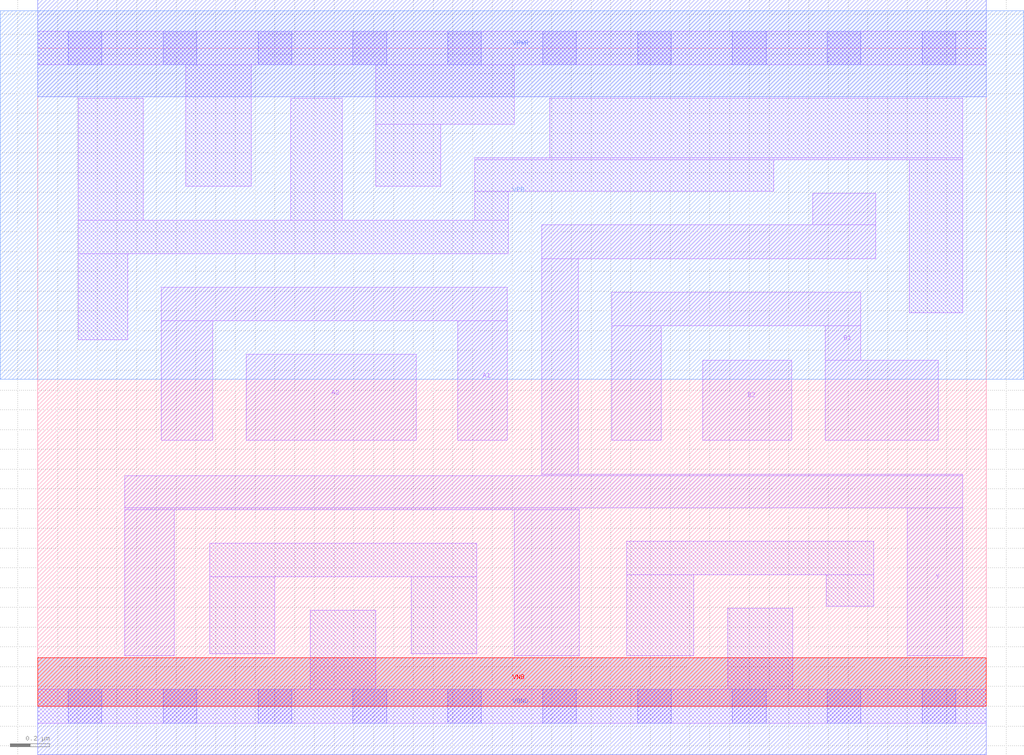
<source format=lef>
# Copyright 2020 The SkyWater PDK Authors
#
# Licensed under the Apache License, Version 2.0 (the "License");
# you may not use this file except in compliance with the License.
# You may obtain a copy of the License at
#
#     https://www.apache.org/licenses/LICENSE-2.0
#
# Unless required by applicable law or agreed to in writing, software
# distributed under the License is distributed on an "AS IS" BASIS,
# WITHOUT WARRANTIES OR CONDITIONS OF ANY KIND, either express or implied.
# See the License for the specific language governing permissions and
# limitations under the License.
#
# SPDX-License-Identifier: Apache-2.0

VERSION 5.7 ;
  NOWIREEXTENSIONATPIN ON ;
  DIVIDERCHAR "/" ;
  BUSBITCHARS "[]" ;
MACRO sky130_fd_sc_lp__a22oi_2
  CLASS CORE ;
  FOREIGN sky130_fd_sc_lp__a22oi_2 ;
  ORIGIN  0.000000  0.000000 ;
  SIZE  4.800000 BY  3.330000 ;
  SYMMETRY X Y R90 ;
  SITE unit ;
  PIN A1
    ANTENNAGATEAREA  0.630000 ;
    DIRECTION INPUT ;
    USE SIGNAL ;
    PORT
      LAYER li1 ;
        RECT 0.625000 1.345000 0.885000 1.950000 ;
        RECT 0.625000 1.950000 2.375000 2.120000 ;
        RECT 2.125000 1.345000 2.375000 1.950000 ;
    END
  END A1
  PIN A2
    ANTENNAGATEAREA  0.630000 ;
    DIRECTION INPUT ;
    USE SIGNAL ;
    PORT
      LAYER li1 ;
        RECT 1.055000 1.345000 1.915000 1.780000 ;
    END
  END A2
  PIN B1
    ANTENNAGATEAREA  0.630000 ;
    DIRECTION INPUT ;
    USE SIGNAL ;
    PORT
      LAYER li1 ;
        RECT 2.905000 1.345000 3.155000 1.925000 ;
        RECT 2.905000 1.925000 4.165000 2.095000 ;
        RECT 3.985000 1.345000 4.555000 1.750000 ;
        RECT 3.985000 1.750000 4.165000 1.925000 ;
    END
  END B1
  PIN B2
    ANTENNAGATEAREA  0.630000 ;
    DIRECTION INPUT ;
    USE SIGNAL ;
    PORT
      LAYER li1 ;
        RECT 3.365000 1.345000 3.815000 1.750000 ;
    END
  END B2
  PIN Y
    ANTENNADIFFAREA  1.604400 ;
    DIRECTION OUTPUT ;
    USE SIGNAL ;
    PORT
      LAYER li1 ;
        RECT 0.440000 0.255000 0.690000 0.995000 ;
        RECT 0.440000 0.995000 2.740000 1.005000 ;
        RECT 0.440000 1.005000 4.680000 1.165000 ;
        RECT 2.410000 0.255000 2.740000 0.995000 ;
        RECT 2.550000 1.165000 4.680000 1.175000 ;
        RECT 2.550000 1.175000 2.735000 2.265000 ;
        RECT 2.550000 2.265000 4.240000 2.435000 ;
        RECT 3.920000 2.435000 4.240000 2.595000 ;
        RECT 4.400000 0.255000 4.680000 1.005000 ;
    END
  END Y
  PIN VGND
    DIRECTION INOUT ;
    USE GROUND ;
    PORT
      LAYER met1 ;
        RECT 0.000000 -0.245000 4.800000 0.245000 ;
    END
  END VGND
  PIN VNB
    DIRECTION INOUT ;
    USE GROUND ;
    PORT
      LAYER pwell ;
        RECT 0.000000 0.000000 4.800000 0.245000 ;
    END
  END VNB
  PIN VPB
    DIRECTION INOUT ;
    USE POWER ;
    PORT
      LAYER nwell ;
        RECT -0.190000 1.655000 4.990000 3.520000 ;
    END
  END VPB
  PIN VPWR
    DIRECTION INOUT ;
    USE POWER ;
    PORT
      LAYER met1 ;
        RECT 0.000000 3.085000 4.800000 3.575000 ;
    END
  END VPWR
  OBS
    LAYER li1 ;
      RECT 0.000000 -0.085000 4.800000 0.085000 ;
      RECT 0.000000  3.245000 4.800000 3.415000 ;
      RECT 0.205000  1.855000 0.455000 2.290000 ;
      RECT 0.205000  2.290000 2.380000 2.460000 ;
      RECT 0.205000  2.460000 0.535000 3.075000 ;
      RECT 0.750000  2.630000 1.080000 3.245000 ;
      RECT 0.870000  0.265000 1.200000 0.655000 ;
      RECT 0.870000  0.655000 2.220000 0.825000 ;
      RECT 1.280000  2.460000 1.540000 3.075000 ;
      RECT 1.380000  0.085000 1.710000 0.485000 ;
      RECT 1.710000  2.630000 2.040000 2.945000 ;
      RECT 1.710000  2.945000 2.410000 3.245000 ;
      RECT 1.890000  0.265000 2.220000 0.655000 ;
      RECT 2.210000  2.460000 2.380000 2.605000 ;
      RECT 2.210000  2.605000 3.725000 2.765000 ;
      RECT 2.210000  2.765000 4.680000 2.775000 ;
      RECT 2.590000  2.775000 4.680000 3.075000 ;
      RECT 2.980000  0.255000 3.320000 0.665000 ;
      RECT 2.980000  0.665000 4.230000 0.835000 ;
      RECT 3.490000  0.085000 3.820000 0.495000 ;
      RECT 3.990000  0.505000 4.230000 0.665000 ;
      RECT 4.410000  1.990000 4.680000 2.765000 ;
    LAYER mcon ;
      RECT 0.155000 -0.085000 0.325000 0.085000 ;
      RECT 0.155000  3.245000 0.325000 3.415000 ;
      RECT 0.635000 -0.085000 0.805000 0.085000 ;
      RECT 0.635000  3.245000 0.805000 3.415000 ;
      RECT 1.115000 -0.085000 1.285000 0.085000 ;
      RECT 1.115000  3.245000 1.285000 3.415000 ;
      RECT 1.595000 -0.085000 1.765000 0.085000 ;
      RECT 1.595000  3.245000 1.765000 3.415000 ;
      RECT 2.075000 -0.085000 2.245000 0.085000 ;
      RECT 2.075000  3.245000 2.245000 3.415000 ;
      RECT 2.555000 -0.085000 2.725000 0.085000 ;
      RECT 2.555000  3.245000 2.725000 3.415000 ;
      RECT 3.035000 -0.085000 3.205000 0.085000 ;
      RECT 3.035000  3.245000 3.205000 3.415000 ;
      RECT 3.515000 -0.085000 3.685000 0.085000 ;
      RECT 3.515000  3.245000 3.685000 3.415000 ;
      RECT 3.995000 -0.085000 4.165000 0.085000 ;
      RECT 3.995000  3.245000 4.165000 3.415000 ;
      RECT 4.475000 -0.085000 4.645000 0.085000 ;
      RECT 4.475000  3.245000 4.645000 3.415000 ;
  END
END sky130_fd_sc_lp__a22oi_2
END LIBRARY

</source>
